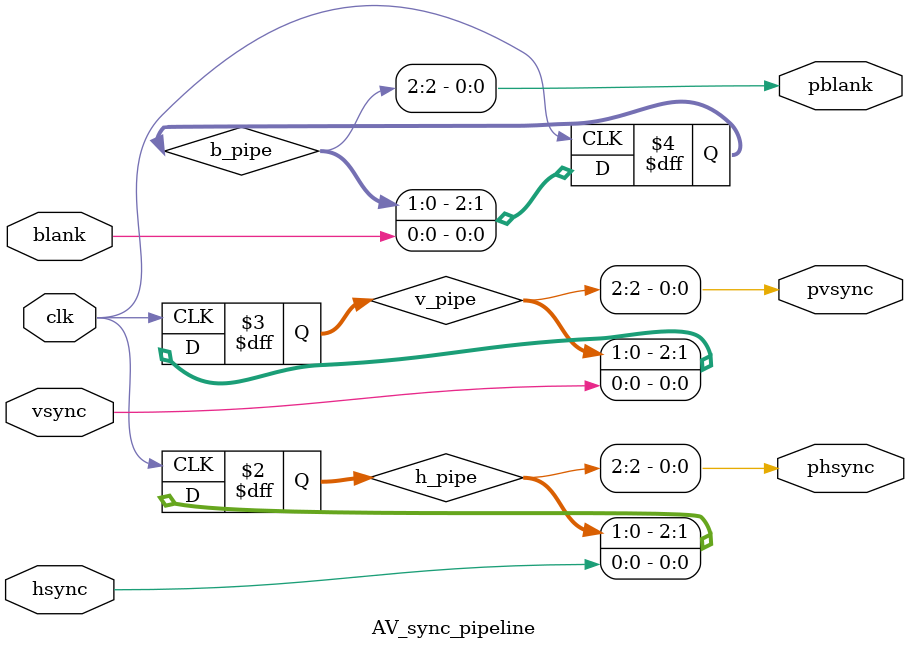
<source format=v>
module AV_sync_pipeline
    #(
    parameter stages = 3
    )
    (
    input clk,
    input hsync,
    input vsync,
    input blank,
    
    output phsync,
    output pvsync,
    output pblank
    );
    reg [stages-1:0] h_pipe;
    reg [stages-1:0] v_pipe;
    reg [stages-1:0] b_pipe;
    
    assign phsync = h_pipe[stages-1];
    assign pvsync = v_pipe[stages-1];
    assign pblank = b_pipe[stages-1];
    
    always @(posedge clk) begin
        h_pipe[stages-1:0] <= {h_pipe[stages-2:0],hsync};
        v_pipe[stages-1:0] <= {v_pipe[stages-2:0],vsync};
        b_pipe[stages-1:0] <= {b_pipe[stages-2:0],blank};
    end
    
endmodule
</source>
